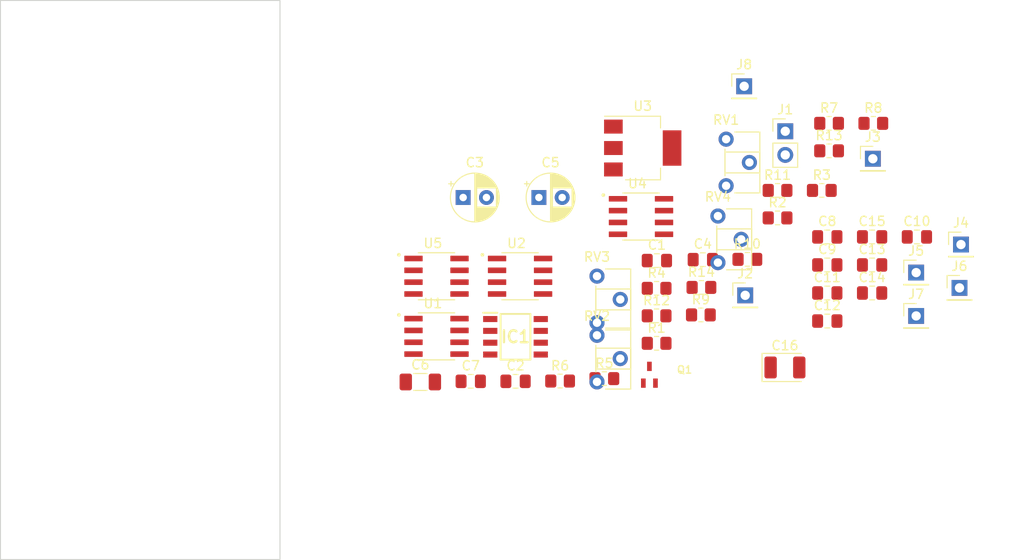
<source format=kicad_pcb>
(kicad_pcb (version 20211014) (generator pcbnew)
  (layers (0 "F.Cu" signal) (31 "B.Cu" signal) (34 "B.Paste" user) (35 "F.Paste" user) (36 "B.SilkS" user "B.Silkscreen") (37 "F.SilkS" user "F.Silkscreen") (38 "B.Mask" user) (39 "F.Mask" user) (44 "Edge.Cuts" user))
  (net 0 "")
  (net 1 "Net-(C1-Pad1)")
  (net 2 "GND")
  (net 3 "Net-(C2-Pad1)")
  (net 4 "V2")
  (net 5 "Net-(C3-Pad1)")
  (net 6 "Net-(C3-Pad2)")
  (net 7 "Vcc")
  (net 8 "-4V2")
  (net 9 "4V2")
  (net 10 "Net-(C7-Pad1)")
  (net 11 "V4")
  (net 15 "Vy")
  (net 16 "Vx")
  (net 17 "Vout")
  (net 18 "V1")
  (net 19 "V3")
  (net 20 "Net-(Q1-Pad1)")
  (net 21 "Net-(R1-Pad2)")
  (net 22 "Net-(R4-Pad2)")
  (net 23 "Vref")
  (net 24 "Net-(R6-Pad2)")
  (net 25 "Net-(R8-Pad1)")
  (net 26 "Net-(R8-Pad2)")
  (net 27 "Net-(R11-Pad1)")
  (net 28 "Net-(R10-Pad1)")
  (net 29 "Net-(R11-Pad2)")
  (net 30 "Net-(R13-Pad2)")
  (footprint "Connector_PinHeader_2.54mm:PinHeader_1x01_P2.54mm_Vertical" (layer "F.Cu") (at 113.634 36.988)
    (fp_text reference "J3" (at 0 -2.33) (layer "F.SilkS"))
    (fp_text value "Conn_01x01_Male")
    (pad "1" thru_hole rect (at 0 0) (size 1.7 1.7) (drill 1) (layers *.Cu *.Mask) (net 7 "Vcc"))
  )
  (footprint "Capacitor_SMD:C_0805_2012Metric_Pad1.18x1.45mm_HandSolder" (layer "F.Cu") (at 108.742 45.378)
    (fp_text reference "C8" (at 0 -1.68) (layer "F.SilkS"))
    (fp_text value "100n")
    (pad "1" smd roundrect (at -1.0375 0) (size 1.175 1.45) (layers "F.Cu" "F.Paste" "F.Mask") (roundrect_rratio 0.212766) (net 2 "GND"))
    (pad "2" smd roundrect (at 1.0375 0) (size 1.175 1.45) (layers "F.Cu" "F.Paste" "F.Mask") (roundrect_rratio 0.212766) (net 9 "4V2"))
  )
  (footprint "Capacitor_THT:CP_Radial_D5.0mm_P2.50mm" (layer "F.Cu") (at 77.788888 41.148)
    (fp_text reference "C5" (at 1.25 -3.75) (layer "F.SilkS"))
    (fp_text value "10u")
    (pad "1" thru_hole rect (at 0 0) (size 1.6 1.6) (drill 0.8) (layers *.Cu *.Mask) (net 2 "GND"))
    (pad "2" thru_hole circle (at 2.5 0) (size 1.6 1.6) (drill 0.8) (layers *.Cu *.Mask) (net 8 "-4V2"))
  )
  (footprint "Potentiometer_THT:Potentiometer_ACP_CA6-H2,5_Horizontal" (layer "F.Cu") (at 84.024 55.938)
    (fp_text reference "RV2" (at 0 -2.06) (layer "F.SilkS"))
    (fp_text value "1k")
    (pad "1" thru_hole circle (at 0 0) (size 1.62 1.62) (drill 0.9) (layers *.Cu *.Mask) (net 24 "Net-(R6-Pad2)"))
    (pad "2" thru_hole circle (at 2.5 2.5) (size 1.62 1.62) (drill 0.9) (layers *.Cu *.Mask) (net 18 "V1"))
    (pad "3" thru_hole circle (at 0 5) (size 1.62 1.62) (drill 0.9) (layers *.Cu *.Mask) (net 18 "V1"))
  )
  (footprint "Resistor_SMD:R_0805_2012Metric_Pad1.20x1.40mm_HandSolder" (layer "F.Cu") (at 84.814 60.588)
    (fp_text reference "R5" (at 0 -1.65) (layer "F.SilkS"))
    (fp_text value "10k")
    (pad "1" smd roundrect (at -1 0) (size 1.2 1.4) (layers "F.Cu" "F.Paste" "F.Mask") (roundrect_rratio 0.208333) (net 23 "Vref"))
    (pad "2" smd roundrect (at 1 0) (size 1.2 1.4) (layers "F.Cu" "F.Paste" "F.Mask") (roundrect_rratio 0.208333) (net 2 "GND"))
  )
  (footprint "TLC2272ACD:SOIC127P599X175-8N" (layer "F.Cu") (at 66.799 49.6005)
    (fp_text reference "U5" (at -0.385 -3.537) (layer "F.SilkS"))
    (fp_text value "TLC2272ACD")
    (pad "1" smd roundrect locked (at -2.47 -1.905) (size 1.97 0.6) (layers "F.Cu" "F.Paste" "F.Mask") (roundrect_rratio 0.07) (net 17 "Vout"))
    (pad "2" smd roundrect locked (at -2.47 -0.635) (size 1.97 0.6) (layers "F.Cu" "F.Paste" "F.Mask") (roundrect_rratio 0.07) (net 30 "Net-(R13-Pad2)"))
    (pad "3" smd roundrect locked (at -2.47 0.635) (size 1.97 0.6) (layers "F.Cu" "F.Paste" "F.Mask") (roundrect_rratio 0.07) (net 11 "V4"))
    (pad "4" smd roundrect locked (at -2.47 1.905) (size 1.97 0.6) (layers "F.Cu" "F.Paste" "F.Mask") (roundrect_rratio 0.07) (net 9 "4V2"))
    (pad "5" smd roundrect locked (at 2.47 1.905) (size 1.97 0.6) (layers "F.Cu" "F.Paste" "F.Mask") (roundrect_rratio 0.07))
    (pad "6" smd roundrect locked (at 2.47 0.635) (size 1.97 0.6) (layers "F.Cu" "F.Paste" "F.Mask") (roundrect_rratio 0.07))
    (pad "7" smd roundrect locked (at 2.47 -0.635) (size 1.97 0.6) (layers "F.Cu" "F.Paste" "F.Mask") (roundrect_rratio 0.07))
    (pad "8" smd roundrect locked (at 2.47 -1.905) (size 1.97 0.6) (layers "F.Cu" "F.Paste" "F.Mask") (roundrect_rratio 0.07) (net 8 "-4V2"))
  )
  (footprint "Connector_PinHeader_2.54mm:PinHeader_1x02_P2.54mm_Vertical" (layer "F.Cu") (at 104.234 34.038)
    (fp_text reference "J1" (at 0 -2.33) (layer "F.SilkS"))
    (fp_text value "Conn_01x02_Male")
    (pad "1" thru_hole rect (at 0 0) (size 1.7 1.7) (drill 1) (layers *.Cu *.Mask) (net 15 "Vy"))
    (pad "2" thru_hole oval (at 0 2.54) (size 1.7 1.7) (drill 1) (layers *.Cu *.Mask) (net 16 "Vx"))
  )
  (footprint "Connector_PinHeader_2.54mm:PinHeader_1x01_P2.54mm_Vertical" (layer "F.Cu") (at 99.822 29.21)
    (fp_text reference "J8" (at 0 -2.33) (layer "F.SilkS"))
    (fp_text value "Conn_01x01_Male")
    (pad "1" thru_hole rect (at 0 0) (size 1.7 1.7) (drill 1) (layers *.Cu *.Mask) (net 23 "Vref"))
  )
  (footprint "Capacitor_SMD:C_1206_3216Metric_Pad1.33x1.80mm_HandSolder" (layer "F.Cu") (at 65.064 60.948)
    (fp_text reference "C6" (at 0 -1.85) (layer "F.SilkS"))
    (fp_text value "22u")
    (pad "1" smd roundrect (at -1.5625 0) (size 1.325 1.8) (layers "F.Cu" "F.Paste" "F.Mask") (roundrect_rratio 0.188679) (net 9 "4V2"))
    (pad "2" smd roundrect (at 1.5625 0) (size 1.325 1.8) (layers "F.Cu" "F.Paste" "F.Mask") (roundrect_rratio 0.188679) (net 2 "GND"))
  )
  (footprint "Capacitor_SMD:C_0805_2012Metric_Pad1.18x1.45mm_HandSolder" (layer "F.Cu") (at 113.552 45.378)
    (fp_text reference "C15" (at 0 -1.68) (layer "F.SilkS"))
    (fp_text value "100n")
    (pad "1" smd roundrect (at -1.0375 0) (size 1.175 1.45) (layers "F.Cu" "F.Paste" "F.Mask") (roundrect_rratio 0.212766) (net 2 "GND"))
    (pad "2" smd roundrect (at 1.0375 0) (size 1.175 1.45) (layers "F.Cu" "F.Paste" "F.Mask") (roundrect_rratio 0.212766) (net 8 "-4V2"))
  )
  (footprint "Capacitor_SMD:C_0805_2012Metric_Pad1.18x1.45mm_HandSolder" (layer "F.Cu") (at 108.742 48.388)
    (fp_text reference "C9" (at 0 -1.68) (layer "F.SilkS"))
    (fp_text value "100n")
    (pad "1" smd roundrect (at -1.0375 0) (size 1.175 1.45) (layers "F.Cu" "F.Paste" "F.Mask") (roundrect_rratio 0.212766) (net 2 "GND"))
    (pad "2" smd roundrect (at 1.0375 0) (size 1.175 1.45) (layers "F.Cu" "F.Paste" "F.Mask") (roundrect_rratio 0.212766) (net 8 "-4V2"))
  )
  (footprint "Capacitor_SMD:C_0805_2012Metric_Pad1.18x1.45mm_HandSolder" (layer "F.Cu") (at 90.454 47.918)
    (fp_text reference "C1" (at 0 -1.68) (layer "F.SilkS"))
    (fp_text value "10n")
    (pad "1" smd roundrect (at -1.0375 0) (size 1.175 1.45) (layers "F.Cu" "F.Paste" "F.Mask") (roundrect_rratio 0.212766) (net 1 "Net-(C1-Pad1)"))
    (pad "2" smd roundrect (at 1.0375 0) (size 1.175 1.45) (layers "F.Cu" "F.Paste" "F.Mask") (roundrect_rratio 0.212766) (net 2 "GND"))
  )
  (footprint "Capacitor_Tantalum_SMD:CP_EIA-3528-21_Kemet-B" (layer "F.Cu") (at 104.198 59.39)
    (fp_text reference "C16" (at 0 -2.35) (layer "F.SilkS"))
    (fp_text value "100u")
    (pad "1" smd roundrect (at -1.5375 0) (size 1.325 2.35) (layers "F.Cu" "F.Paste" "F.Mask") (roundrect_rratio 0.188679) (net 7 "Vcc"))
    (pad "2" smd roundrect (at 1.5375 0) (size 1.325 2.35) (layers "F.Cu" "F.Paste" "F.Mask") (roundrect_rratio 0.188679) (net 2 "GND"))
  )
  (footprint "Resistor_SMD:R_0805_2012Metric_Pad1.20x1.40mm_HandSolder" (layer "F.Cu") (at 90.424 53.848)
    (fp_text reference "R12" (at 0 -1.65) (layer "F.SilkS"))
    (fp_text value "10k")
    (pad "1" smd roundrect (at -1 0) (size 1.2 1.4) (layers "F.Cu" "F.Paste" "F.Mask") (roundrect_rratio 0.208333) (net 10 "Net-(C7-Pad1)"))
    (pad "2" smd roundrect (at 1 0) (size 1.2 1.4) (layers "F.Cu" "F.Paste" "F.Mask") (roundrect_rratio 0.208333) (net 29 "Net-(R11-Pad2)"))
  )
  (footprint "Capacitor_SMD:C_0805_2012Metric_Pad1.18x1.45mm_HandSolder" (layer "F.Cu") (at 108.742 54.408)
    (fp_text reference "C12" (at 0 -1.68) (layer "F.SilkS"))
    (fp_text value "100n")
    (pad "1" smd roundrect (at -1.0375 0) (size 1.175 1.45) (layers "F.Cu" "F.Paste" "F.Mask") (roundrect_rratio 0.212766) (net 2 "GND"))
    (pad "2" smd roundrect (at 1.0375 0) (size 1.175 1.45) (layers "F.Cu" "F.Paste" "F.Mask") (roundrect_rratio 0.212766) (net 8 "-4V2"))
  )
  (footprint "TLC2272ACD:SOIC127P599X175-8N" (layer "F.Cu") (at 88.749 43.1905)
    (fp_text reference "U4" (at -0.385 -3.537) (layer "F.SilkS"))
    (fp_text value "5.6k")
    (pad "1" smd roundrect locked (at -2.47 -1.905) (size 1.97 0.6) (layers "F.Cu" "F.Paste" "F.Mask") (roundrect_rratio 0.07) (net 11 "V4"))
    (pad "2" smd roundrect locked (at -2.47 -0.635) (size 1.97 0.6) (layers "F.Cu" "F.Paste" "F.Mask") (roundrect_rratio 0.07) (net 10 "Net-(C7-Pad1)"))
    (pad "3" smd roundrect locked (at -2.47 0.635) (size 1.97 0.6) (layers "F.Cu" "F.Paste" "F.Mask") (roundrect_rratio 0.07) (net 2 "GND"))
    (pad "4" smd roundrect locked (at -2.47 1.905) (size 1.97 0.6) (layers "F.Cu" "F.Paste" "F.Mask") (roundrect_rratio 0.07) (net 8 "-4V2"))
    (pad "5" smd roundrect locked (at 2.47 1.905) (size 1.97 0.6) (layers "F.Cu" "F.Paste" "F.Mask") (roundrect_rratio 0.07) (net 2 "GND"))
    (pad "6" smd roundrect locked (at 2.47 0.635) (size 1.97 0.6) (layers "F.Cu" "F.Paste" "F.Mask") (roundrect_rratio 0.07) (net 27 "Net-(R11-Pad1)"))
    (pad "7" smd roundrect locked (at 2.47 -0.635) (size 1.97 0.6) (layers "F.Cu" "F.Paste" "F.Mask") (roundrect_rratio 0.07) (net 29 "Net-(R11-Pad2)"))
    (pad "8" smd roundrect locked (at 2.47 -1.905) (size 1.97 0.6) (layers "F.Cu" "F.Paste" "F.Mask") (roundrect_rratio 0.07) (net 9 "4V2"))
  )
  (footprint "Resistor_SMD:R_0805_2012Metric_Pad1.20x1.40mm_HandSolder" (layer "F.Cu") (at 95.234 50.798)
    (fp_text reference "R14" (at 0 -1.65) (layer "F.SilkS"))
    (fp_text value "10k")
    (pad "1" smd roundrect (at -1 0) (size 1.2 1.4) (layers "F.Cu" "F.Paste" "F.Mask") (roundrect_rratio 0.208333) (net 30 "Net-(R13-Pad2)"))
    (pad "2" smd roundrect (at 1 0) (size 1.2 1.4) (layers "F.Cu" "F.Paste" "F.Mask") (roundrect_rratio 0.208333) (net 29 "Net-(R11-Pad2)"))
  )
  (footprint "Resistor_SMD:R_0805_2012Metric_Pad1.20x1.40mm_HandSolder" (layer "F.Cu") (at 90.424 50.898)
    (fp_text reference "R4" (at 0 -1.65) (layer "F.SilkS"))
    (fp_text value "27k")
    (pad "1" smd roundrect (at -1 0) (size 1.2 1.4) (layers "F.Cu" "F.Paste" "F.Mask") (roundrect_rratio 0.208333) (net 9 "4V2"))
    (pad "2" smd roundrect (at 1 0) (size 1.2 1.4) (layers "F.Cu" "F.Paste" "F.Mask") (roundrect_rratio 0.208333) (net 22 "Net-(R4-Pad2)"))
  )
  (footprint "Connector_PinHeader_2.54mm:PinHeader_1x01_P2.54mm_Vertical" (layer "F.Cu") (at 118.282 49.208)
    (fp_text reference "J5" (at 0 -2.33) (layer "F.SilkS"))
    (fp_text value "Conn_01x01_Male")
    (pad "1" thru_hole rect (at 0 0) (size 1.7 1.7) (drill 1) (layers *.Cu *.Mask) (net 4 "V2"))
  )
  (footprint "Capacitor_SMD:C_0805_2012Metric_Pad1.18x1.45mm_HandSolder" (layer "F.Cu") (at 113.552 51.398)
    (fp_text reference "C14" (at 0 -1.68) (layer "F.SilkS"))
    (fp_text value "100n")
    (pad "1" smd roundrect (at -1.0375 0) (size 1.175 1.45) (layers "F.Cu" "F.Paste" "F.Mask") (roundrect_rratio 0.212766) (net 2 "GND"))
    (pad "2" smd roundrect (at 1.0375 0) (size 1.175 1.45) (layers "F.Cu" "F.Paste" "F.Mask") (roundrect_rratio 0.212766) (net 9 "4V2"))
  )
  (footprint "Resistor_SMD:R_0805_2012Metric_Pad1.20x1.40mm_HandSolder" (layer "F.Cu") (at 108.934 33.188)
    (fp_text reference "R7" (at 0 -1.65) (layer "F.SilkS"))
    (fp_text value "100k")
    (pad "1" smd roundrect (at -1 0) (size 1.2 1.4) (layers "F.Cu" "F.Paste" "F.Mask") (roundrect_rratio 0.208333) (net 3 "Net-(C2-Pad1)"))
    (pad "2" smd roundrect (at 1 0) (size 1.2 1.4) (layers "F.Cu" "F.Paste" "F.Mask") (roundrect_rratio 0.208333) (net 4 "V2"))
  )
  (footprint "Resistor_SMD:R_0805_2012Metric_Pad1.20x1.40mm_HandSolder" (layer "F.Cu") (at 80.064 60.848)
    (fp_text reference "R6" (at 0 -1.65) (layer "F.SilkS"))
    (fp_text value "4.7k")
    (pad "1" smd roundrect (at -1 0) (size 1.2 1.4) (layers "F.Cu" "F.Paste" "F.Mask") (roundrect_rratio 0.208333) (net 3 "Net-(C2-Pad1)"))
    (pad "2" smd roundrect (at 1 0) (size 1.2 1.4) (layers "F.Cu" "F.Paste" "F.Mask") (roundrect_rratio 0.208333) (net 24 "Net-(R6-Pad2)"))
  )
  (footprint "Resistor_SMD:R_0805_2012Metric_Pad1.20x1.40mm_HandSolder" (layer "F.Cu") (at 108.934 36.138)
    (fp_text reference "R13" (at 0 -1.65) (layer "F.SilkS"))
    (fp_text value "10k")
    (pad "1" smd roundrect (at -1 0) (size 1.2 1.4) (layers "F.Cu" "F.Paste" "F.Mask") (roundrect_rratio 0.208333) (net 17 "Vout"))
    (pad "2" smd roundrect (at 1 0) (size 1.2 1.4) (layers "F.Cu" "F.Paste" "F.Mask") (roundrect_rratio 0.208333) (net 30 "Net-(R13-Pad2)"))
  )
  (footprint "Resistor_SMD:R_0805_2012Metric_Pad1.20x1.40mm_HandSolder" (layer "F.Cu") (at 113.684 33.188)
    (fp_text reference "R8" (at 0 -1.65) (layer "F.SilkS"))
    (fp_text value "3.9k")
    (pad "1" smd roundrect (at -1 0) (size 1.2 1.4) (layers "F.Cu" "F.Paste" "F.Mask") (roundrect_rratio 0.208333) (net 25 "Net-(R8-Pad1)"))
    (pad "2" smd roundrect (at 1 0) (size 1.2 1.4) (layers "F.Cu" "F.Paste" "F.Mask") (roundrect_rratio 0.208333) (net 26 "Net-(R8-Pad2)"))
  )
  (footprint "Capacitor_SMD:C_0805_2012Metric_Pad1.18x1.45mm_HandSolder" (layer "F.Cu") (at 75.284 60.878)
    (fp_text reference "C2" (at 0 -1.68) (layer "F.SilkS"))
    (fp_text value "10n")
    (pad "1" smd roundrect (at -1.0375 0) (size 1.175 1.45) (layers "F.Cu" "F.Paste" "F.Mask") (roundrect_rratio 0.212766) (net 3 "Net-(C2-Pad1)"))
    (pad "2" smd roundrect (at 1.0375 0) (size 1.175 1.45) (layers "F.Cu" "F.Paste" "F.Mask") (roundrect_rratio 0.212766) (net 4 "V2"))
  )
  (footprint "Capacitor_SMD:C_0805_2012Metric_Pad1.18x1.45mm_HandSolder" (layer "F.Cu") (at 118.362 45.378)
    (fp_text reference "C10" (at 0 -1.68) (layer "F.SilkS"))
    (fp_text value "100n")
    (pad "1" smd roundrect (at -1.0375 0) (size 1.175 1.45) (layers "F.Cu" "F.Paste" "F.Mask") (roundrect_rratio 0.212766) (net 2 "GND"))
    (pad "2" smd roundrect (at 1.0375 0) (size 1.175 1.45) (layers "F.Cu" "F.Paste" "F.Mask") (roundrect_rratio 0.212766) (net 9 "4V2"))
  )
  (footprint "Resistor_SMD:R_0805_2012Metric_Pad1.20x1.40mm_HandSolder" (layer "F.Cu") (at 103.404 43.338)
    (fp_text reference "R2" (at 0 -1.65) (layer "F.SilkS"))
    (fp_text value "10k")
    (pad "1" smd roundrect (at -1 0) (size 1.2 1.4) (layers "F.Cu" "F.Paste" "F.Mask") (roundrect_rratio 0.208333) (net 21 "Net-(R1-Pad2)"))
    (pad "2" smd roundrect (at 1 0) (size 1.2 1.4) (layers "F.Cu" "F.Paste" "F.Mask") (roundrect_rratio 0.208333) (net 2 "GND"))
  )
  (footprint "Capacitor_SMD:C_0805_2012Metric_Pad1.18x1.45mm_HandSolder" (layer "F.Cu") (at 70.474 60.878)
    (fp_text reference "C7" (at 0 -1.68) (layer "F.SilkS"))
    (fp_text value "1u")
    (pad "1" smd roundrect (at -1.0375 0) (size 1.175 1.45) (layers "F.Cu" "F.Paste" "F.Mask") (roundrect_rratio 0.212766) (net 10 "Net-(C7-Pad1)"))
    (pad "2" smd roundrect (at 1.0375 0) (size 1.175 1.45) (layers "F.Cu" "F.Paste" "F.Mask") (roundrect_rratio 0.212766) (net 11 "V4"))
  )
  (footprint "Resistor_SMD:R_0805_2012Metric_Pad1.20x1.40mm_HandSolder" (layer "F.Cu") (at 100.164 47.788)
    (fp_text reference "R10" (at 0 -1.65) (layer "F.SilkS"))
    (fp_text value "6k")
    (pad "1" smd roundrect (at -1 0) (size 1.2 1.4) (layers "F.Cu" "F.Paste" "F.Mask") (roundrect_rratio 0.208333) (net 28 "Net-(R10-Pad1)"))
    (pad "2" smd roundrect (at 1 0) (size 1.2 1.4) (layers "F.Cu" "F.Paste" "F.Mask") (roundrect_rratio 0.208333) (net 11 "V4"))
  )
  (footprint "Connector_PinHeader_2.54mm:PinHeader_1x01_P2.54mm_Vertical" (layer "F.Cu") (at 118.282 53.858)
    (fp_text reference "J7" (at 0 -2.33) (layer "F.SilkS"))
    (fp_text value "Conn_01x01_Male")
    (pad "1" thru_hole rect (at 0 0) (size 1.7 1.7) (drill 1) (layers *.Cu *.Mask) (net 11 "V4"))
  )
  (footprint "Potentiometer_THT:Potentiometer_ACP_CA6-H2,5_Horizontal" (layer "F.Cu") (at 97.884 34.888)
    (fp_text reference "RV1" (at 0 -2.06) (layer "F.SilkS"))
    (fp_text value "10k")
    (pad "1" thru_hole circle (at 0 0) (size 1.62 1.62) (drill 0.9) (layers *.Cu *.Mask) (net 22 "Net-(R4-Pad2)"))
    (pad "2" thru_hole circle (at 2.5 2.5) (size 1.62 1.62) (drill 0.9) (layers *.Cu *.Mask) (net 23 "Vref"))
    (pad "3" thru_hole circle (at 0 5) (size 1.62 1.62) (drill 0.9) (layers *.Cu *.Mask) (net 23 "Vref"))
  )
  (footprint "Resistor_SMD:R_0805_2012Metric_Pad1.20x1.40mm_HandSolder" (layer "F.Cu") (at 90.424 56.798)
    (fp_text reference "R1" (at 0 -1.65) (layer "F.SilkS"))
    (fp_text value "10k")
    (pad "1" smd roundrect (at -1 0) (size 1.2 1.4) (layers "F.Cu" "F.Paste" "F.Mask") (roundrect_rratio 0.208333) (net 18 "V1"))
    (pad "2" smd roundrect (at 1 0) (size 1.2 1.4) (layers "F.Cu" "F.Paste" "F.Mask") (roundrect_rratio 0.208333) (net 21 "Net-(R1-Pad2)"))
  )
  (footprint "Package_TO_SOT_SMD:SOT-223-3_TabPin2" (layer "F.Cu") (at 88.934 35.838)
    (fp_text reference "U3" (at 0 -4.5) (layer "F.SilkS"))
    (fp_text value "MIC5209-3.3YS")
    (pad "1" smd rect (at -3.15 -2.3) (size 2 1.5) (layers "F.Cu" "F.Paste" "F.Mask") (net 7 "Vcc"))
    (pad "2" smd rect (at 3.15 0) (size 2 3.8) (layers "F.Cu" "F.Paste" "F.Mask") (net 2 "GND"))
    (pad "2" smd rect (at -3.15 0) (size 2 1.5) (layers "F.Cu" "F.Paste" "F.Mask") (net 2 "GND"))
    (pad "3" smd rect (at -3.15 2.3) (size 2 1.5) (layers "F.Cu" "F.Paste" "F.Mask") (net 9 "4V2"))
  )
  (footprint "Capacitor_SMD:C_0805_2012Metric_Pad1.18x1.45mm_HandSolder" (layer "F.Cu") (at 113.552 48.388)
    (fp_text reference "C13" (at 0 -1.68) (layer "F.SilkS"))
    (fp_text value "100n")
    (pad "1" smd roundrect (at -1.0375 0) (size 1.175 1.45) (layers "F.Cu" "F.Paste" "F.Mask") (roundrect_rratio 0.212766) (net 2 "GND"))
    (pad "2" smd roundrect (at 1.0375 0) (size 1.175 1.45) (layers "F.Cu" "F.Paste" "F.Mask") (roundrect_rratio 0.212766) (net 9 "4V2"))
  )
  (footprint "Capacitor_THT:CP_Radial_D5.0mm_P2.50mm" (layer "F.Cu") (at 69.660888 41.148)
    (fp_text reference "C3" (at 1.25 -3.75) (layer "F.SilkS"))
    (fp_text value "10u")
    (pad "1" thru_hole rect (at 0 0) (size 1.6 1.6) (drill 0.8) (layers *.Cu *.Mask) (net 5 "Net-(C3-Pad1)"))
    (pad "2" thru_hole circle (at 2.5 0) (size 1.6 1.6) (drill 0.8) (layers *.Cu *.Mask) (net 6 "Net-(C3-Pad2)"))
  )
  (footprint "Connector_PinHeader_2.54mm:PinHeader_1x01_P2.54mm_Vertical" (layer "F.Cu") (at 123.092 46.198)
    (fp_text reference "J4" (at 0 -2.33) (layer "F.SilkS"))
    (fp_text value "Conn_01x01_Male")
    (pad "1" thru_hole rect (at 0 0) (size 1.7 1.7) (drill 1) (layers *.Cu *.Mask) (net 18 "V1"))
  )
  (footprint "DMG1012UW:SOT323" (layer "F.Cu") (at 89.6506 60.173)
    (fp_text reference "Q1" (at 3.77338 -0.539197) (layer "F.SilkS") (effects (font (size 0.80178 0.80178))))
    (fp_text value "DMG1012UW")
    (pad "1" smd rect locked (at 0 -0.9) (size 0.5 1) (layers "F.Cu" "F.Paste" "F.Mask") (net 20 "Net-(Q1-Pad1)"))
    (pad "2" smd rect locked (at -0.65 0.9) (size 0.5 1) (layers "F.Cu" "F.Paste" "F.Mask") (net 19 "V3"))
    (pad "3" smd rect locked (at 0.65 0.9) (size 0.5 1) (layers "F.Cu" "F.Paste" "F.Mask") (net 10 "Net-(C7-Pad1)"))
  )
  (footprint "Connector_PinHeader_2.54mm:PinHeader_1x01_P2.54mm_Vertical" (layer "F.Cu") (at 122.932 50.848)
    (fp_text reference "J6" (at 0 -2.33) (layer "F.SilkS"))
    (fp_text value "Conn_01x01_Male")
    (pad "1" thru_hole rect (at 0 0) (size 1.7 1.7) (drill 1) (layers *.Cu *.Mask) (net 19 "V3"))
  )
  (footprint "LMC7660IM_NOPB:SOIC127P600X175-8N" (layer "F.Cu") (at 75.279 56.098)
    (fp_text reference "IC1" (at 0 0) (layer "F.SilkS") (effects (font (size 1.27 1.27) (thickness 0.254))))
    (fp_text value "LMC7660IM_NOPB" hide)
    (pad "1" smd rect locked (at -2.711 -1.905 90) (size 0.65 1.528) (layers "F.Cu" "F.Paste" "F.Mask"))
    (pad "2" smd rect locked (at -2.711 -0.635 90) (size 0.65 1.528) (layers "F.Cu" "F.Paste" "F.Mask") (net 5 "Net-(C3-Pad1)"))
    (pad "3" smd rect locked (at -2.711 0.635 90) (size 0.65 1.528) (layers "F.Cu" "F.Paste" "F.Mask") (net 2 "GND"))
    (pad "4" smd rect locked (at -2.711 1.905 90) (size 0.65 1.528) (layers "F.Cu" "F.Paste" "F.Mask") (net 6 "Net-(C3-Pad2)"))
    (pad "5" smd rect locked (at 2.711 1.905 90) (size 0.65 1.528) (layers "F.Cu" "F.Paste" "F.Mask") (net 8 "-4V2"))
    (pad "6" smd rect locked (at 2.711 0.635 90) (size 0.65 1.528) (layers "F.Cu" "F.Paste" "F.Mask"))
    (pad "7" smd rect locked (at 2.711 -0.635 90) (size 0.65 1.528) (layers "F.Cu" "F.Paste" "F.Mask"))
    (pad "8" smd rect locked (at 2.711 -1.905 90) (size 0.65 1.528) (layers "F.Cu" "F.Paste" "F.Mask") (net 9 "4V2"))
  )
  (footprint "Resistor_SMD:R_0805_2012Metric_Pad1.20x1.40mm_HandSolder" (layer "F.Cu") (at 108.154 40.388)
    (fp_text reference "R3" (at 0 -1.65) (layer "F.SilkS"))
    (fp_text value "3.9k")
    (pad "1" smd roundrect (at -1 0) (size 1.2 1.4) (layers "F.Cu" "F.Paste" "F.Mask") (roundrect_rratio 0.208333) (net 18 "V1"))
    (pad "2" smd roundrect (at 1 0) (size 1.2 1.4) (layers "F.Cu" "F.Paste" "F.Mask") (roundrect_rratio 0.208333) (net 1 "Net-(C1-Pad1)"))
  )
  (footprint "Potentiometer_THT:Potentiometer_ACP_CA6-H2,5_Horizontal" (layer "F.Cu") (at 97.004 43.138)
    (fp_text reference "RV4" (at 0 -2.06) (layer "F.SilkS"))
    (fp_text value "1k")
    (pad "1" thru_hole circle (at 0 0) (size 1.62 1.62) (drill 0.9) (layers *.Cu *.Mask) (net 10 "Net-(C7-Pad1)"))
    (pad "2" thru_hole circle (at 2.5 2.5) (size 1.62 1.62) (drill 0.9) (layers *.Cu *.Mask) (net 28 "Net-(R10-Pad1)"))
    (pad "3" thru_hole circle (at 0 5) (size 1.62 1.62) (drill 0.9) (layers *.Cu *.Mask) (net 28 "Net-(R10-Pad1)"))
  )
  (footprint "TLC2272ACD:SOIC127P599X175-8N" (layer "F.Cu") (at 75.769 49.6005)
    (fp_text reference "U2" (at -0.385 -3.537) (layer "F.SilkS"))
    (fp_text value "TLC2272ACD")
    (pad "1" smd roundrect locked (at -2.47 -1.905) (size 1.97 0.6) (layers "F.Cu" "F.Paste" "F.Mask") (roundrect_rratio 0.07) (net 19 "V3"))
    (pad "2" smd roundrect locked (at -2.47 -0.635) (size 1.97 0.6) (layers "F.Cu" "F.Paste" "F.Mask") (roundrect_rratio 0.07) (net 16 "Vx"))
    (pad "3" smd roundrect locked (at -2.47 0.635) (size 1.97 0.6) (layers "F.Cu" "F.Paste" "F.Mask") (roundrect_rratio 0.07) (net 4 "V2"))
    (pad "4" smd roundrect locked (at -2.47 1.905) (size 1.97 0.6) (layers "F.Cu" "F.Paste" "F.Mask") (roundrect_rratio 0.07) (net 8 "-4V2"))
    (pad "5" smd roundrect locked (at 2.47 1.905) (size 1.97 0.6) (layers "F.Cu" "F.Paste" "F.Mask") (roundrect_rratio 0.07) (net 15 "Vy"))
    (pad "6" smd roundrect locked (at 2.47 0.635) (size 1.97 0.6) (layers "F.Cu" "F.Paste" "F.Mask") (roundrect_rratio 0.07) (net 25 "Net-(R8-Pad1)"))
    (pad "7" smd roundrect locked (at 2.47 -0.635) (size 1.97 0.6) (layers "F.Cu" "F.Paste" "F.Mask") (roundrect_rratio 0.07) (net 25 "Net-(R8-Pad1)"))
    (pad "8" smd roundrect locked (at 2.47 -1.905) (size 1.97 0.6) (layers "F.Cu" "F.Paste" "F.Mask") (roundrect_rratio 0.07) (net 9 "4V2"))
  )
  (footprint "TLC2272ACD:SOIC127P599X175-8N" (layer "F.Cu") (at 66.799 56.0505)
    (fp_text reference "U1" (at -0.385 -3.537) (layer "F.SilkS"))
    (fp_text value "TLC2272ACD")
    (pad "1" smd roundrect locked (at -2.47 -1.905) (size 1.97 0.6) (layers "F.Cu" "F.Paste" "F.Mask") (roundrect_rratio 0.07) (net 18 "V1"))
    (pad "2" smd roundrect locked (at -2.47 -0.635) (size 1.97 0.6) (layers "F.Cu" "F.Paste" "F.Mask") (roundrect_rratio 0.07) (net 1 "Net-(C1-Pad1)"))
    (pad "3" smd roundrect locked (at -2.47 0.635) (size 1.97 0.6) (layers "F.Cu" "F.Paste" "F.Mask") (roundrect_rratio 0.07) (net 21 "Net-(R1-Pad2)"))
    (pad "4" smd roundrect locked (at -2.47 1.905) (size 1.97 0.6) (layers "F.Cu" "F.Paste" "F.Mask") (roundrect_rratio 0.07) (net 8 "-4V2"))
    (pad "5" smd roundrect locked (at 2.47 1.905) (size 1.97 0.6) (layers "F.Cu" "F.Paste" "F.Mask") (roundrect_rratio 0.07) (net 23 "Vref"))
    (pad "6" smd roundrect locked (at 2.47 0.635) (size 1.97 0.6) (layers "F.Cu" "F.Paste" "F.Mask") (roundrect_rratio 0.07) (net 3 "Net-(C2-Pad1)"))
    (pad "7" smd roundrect locked (at 2.47 -0.635) (size 1.97 0.6) (layers "F.Cu" "F.Paste" "F.Mask") (roundrect_rratio 0.07) (net 4 "V2"))
    (pad "8" smd roundrect locked (at 2.47 -1.905) (size 1.97 0.6) (layers "F.Cu" "F.Paste" "F.Mask") (roundrect_rratio 0.07) (net 9 "4V2"))
  )
  (footprint "Potentiometer_THT:Potentiometer_ACP_CA6-H2,5_Horizontal" (layer "F.Cu") (at 84.024 49.588)
    (fp_text reference "RV3" (at 0 -2.06) (layer "F.SilkS"))
    (fp_text value "1k")
    (pad "1" thru_hole circle (at 0 0) (size 1.62 1.62) (drill 0.9) (layers *.Cu *.Mask) (net 26 "Net-(R8-Pad2)"))
    (pad "2" thru_hole circle (at 2.5 2.5) (size 1.62 1.62) (drill 0.9) (layers *.Cu *.Mask) (net 26 "Net-(R8-Pad2)"))
    (pad "3" thru_hole circle (at 0 5) (size 1.62 1.62) (drill 0.9) (layers *.Cu *.Mask) (net 20 "Net-(Q1-Pad1)"))
  )
  (footprint "Capacitor_SMD:C_0805_2012Metric_Pad1.18x1.45mm_HandSolder" (layer "F.Cu") (at 95.384 47.818)
    (fp_text reference "C4" (at 0 -1.68) (layer "F.SilkS"))
    (fp_text value "0.1u")
    (pad "1" smd roundrect (at -1.0375 0) (size 1.175 1.45) (layers "F.Cu" "F.Paste" "F.Mask") (roundrect_rratio 0.212766) (net 7 "Vcc"))
    (pad "2" smd roundrect (at 1.0375 0) (size 1.175 1.45) (layers "F.Cu" "F.Paste" "F.Mask") (roundrect_rratio 0.212766) (net 2 "GND"))
  )
  (footprint "Resistor_SMD:R_0805_2012Metric_Pad1.20x1.40mm_HandSolder" (layer "F.Cu") (at 103.404 40.388)
    (fp_text reference "R11" (at 0 -1.65) (layer "F.SilkS"))
    (fp_text value "10k")
    (pad "1" smd roundrect (at -1 0) (size 1.2 1.4) (layers "F.Cu" "F.Paste" "F.Mask") (roundrect_rratio 0.208333) (net 27 "Net-(R11-Pad1)"))
    (pad "2" smd roundrect (at 1 0) (size 1.2 1.4) (layers "F.Cu" "F.Paste" "F.Mask") (roundrect_rratio 0.208333) (net 29 "Net-(R11-Pad2)"))
  )
  (footprint "Connector_PinHeader_2.54mm:PinHeader_1x01_P2.54mm_Vertical" (layer "F.Cu") (at 99.934 51.648)
    (fp_text reference "J2" (at 0 -2.33) (layer "F.SilkS"))
    (fp_text value "Conn_01x01_Male")
    (pad "1" thru_hole rect (at 0 0) (size 1.7 1.7) (drill 1) (layers *.Cu *.Mask) (net 17 "Vout"))
  )
  (footprint "Capacitor_SMD:C_0805_2012Metric_Pad1.18x1.45mm_HandSolder" (layer "F.Cu") (at 108.742 51.398)
    (fp_text reference "C11" (at 0 -1.68) (layer "F.SilkS"))
    (fp_text value "100n")
    (pad "1" smd roundrect (at -1.0375 0) (size 1.175 1.45) (layers "F.Cu" "F.Paste" "F.Mask") (roundrect_rratio 0.212766) (net 2 "GND"))
    (pad "2" smd roundrect (at 1.0375 0) (size 1.175 1.45) (layers "F.Cu" "F.Paste" "F.Mask") (roundrect_rratio 0.212766) (net 8 "-4V2"))
  )
  (footprint "Resistor_SMD:R_0805_2012Metric_Pad1.20x1.40mm_HandSolder" (layer "F.Cu") (at 95.174 53.748)
    (fp_text reference "R9" (at 0 -1.65) (layer "F.SilkS"))
    (fp_text value "10k")
    (pad "1" smd roundrect (at -1 0) (size 1.2 1.4) (layers "F.Cu" "F.Paste" "F.Mask") (roundrect_rratio 0.208333) (net 25 "Net-(R8-Pad1)"))
    (pad "2" smd roundrect (at 1 0) (size 1.2 1.4) (layers "F.Cu" "F.Paste" "F.Mask") (roundrect_rratio 0.208333) (net 27 "Net-(R11-Pad1)"))
  )
  (gr_rect (start 20 20) (end 50 80) (layer "Edge.Cuts") (width 0.1) (fill none))
)
</source>
